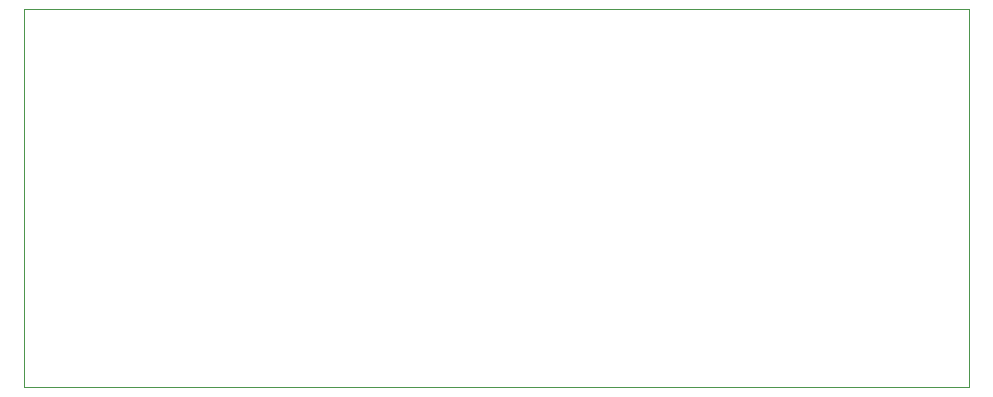
<source format=gm1>
%TF.GenerationSoftware,KiCad,Pcbnew,9.0.6*%
%TF.CreationDate,2025-12-05T19:35:04+01:00*%
%TF.ProjectId,ip2366,69703233-3636-42e6-9b69-6361645f7063,rev?*%
%TF.SameCoordinates,Original*%
%TF.FileFunction,Profile,NP*%
%FSLAX46Y46*%
G04 Gerber Fmt 4.6, Leading zero omitted, Abs format (unit mm)*
G04 Created by KiCad (PCBNEW 9.0.6) date 2025-12-05 19:35:04*
%MOMM*%
%LPD*%
G01*
G04 APERTURE LIST*
%TA.AperFunction,Profile*%
%ADD10C,0.050000*%
%TD*%
G04 APERTURE END LIST*
D10*
X99670000Y-47220000D02*
X179670000Y-47220000D01*
X179670000Y-79220000D01*
X99670000Y-79220000D01*
X99670000Y-47220000D01*
M02*

</source>
